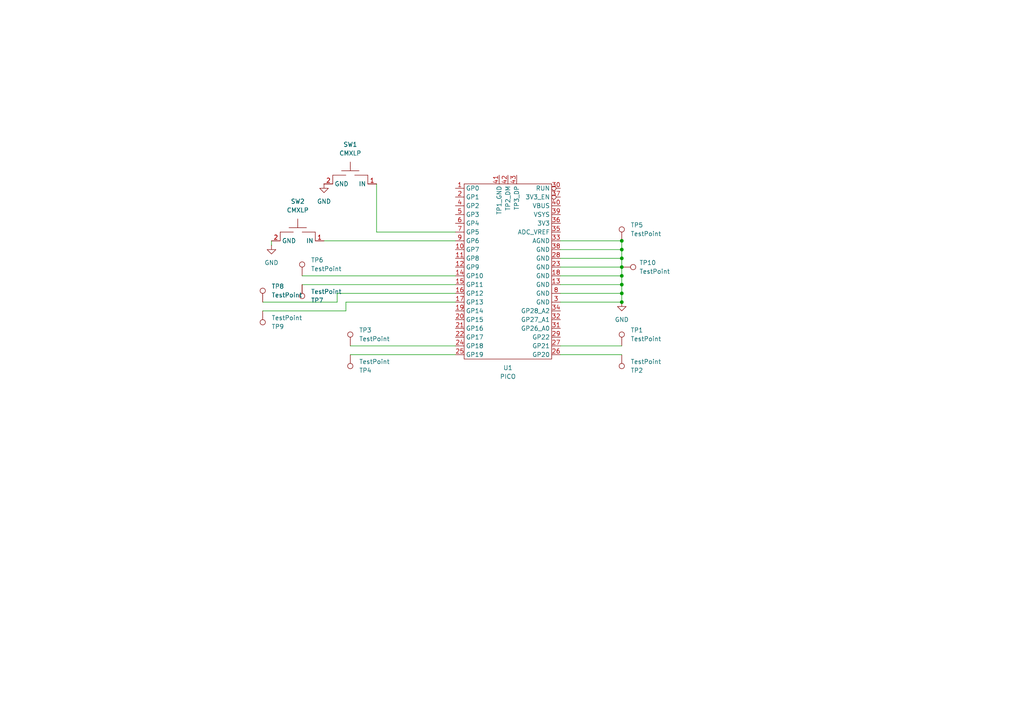
<source format=kicad_sch>
(kicad_sch (version 20250114) (generator "eeschema") (generator_version "9.0")
  (paper "A4")
  (lib_symbols
    (symbol "Connector:TestPoint_2mm" (pin_numbers (hide yes)) (pin_names (offset 0.762) (hide yes))
      (property "Reference" "TP" (at 0 6.858 0))
      (property "Value" "TestPoint" (at 0 5.08 0))
      (symbol "TestPoint_2mm_0_1"
        (circle (center 0 3.302) (radius 0.762))
      )
      (symbol "TestPoint_2mm_1_1"
        (pin passive line (at 0 0 90) (length 2.54) (name "1") (number "1"))
      )
    )
    (symbol "Keyboard_Switches:Cherry_MX_LP"
      (property "Reference" "SW" (at 0 0 0))
      (symbol "Cherry_MX_LP_0_1"
        (polyline (pts (xy -5.08 1.27) (xy -1.27 1.27)))
        (polyline (pts (xy -5.08 -1.27) (xy -5.08 1.27)))
        (polyline (pts (xy -2.54 2.54) (xy 2.54 2.54)))
        (polyline (pts (xy 0 3.81) (xy 0 5.08)))
        (polyline (pts (xy 0 2.54) (xy 0 3.81)))
        (polyline (pts (xy 1.27 1.27) (xy 5.08 1.27)))
        (polyline (pts (xy 5.08 1.27) (xy 5.08 -1.27)))
      )
      (symbol "Cherry_MX_LP_1_1"
        (pin power_in line (at -7.62 -1.27 0) (length 2.54) (name "IN") (number "1"))
        (pin power_out line (at 7.62 -1.27 180) (length 2.54) (name "GND") (number "2"))
      )
    )
    (symbol "Raspberry_Pico:Pico_Official"
      (property "Reference" "U" (at 0 0 0))
      (symbol "Pico_Official_0_1"
        (rectangle (start -12.7 25.4) (end 12.7 -25.4))
      )
      (symbol "Pico_Official_1_1"
        (pin bidirectional line (at -15.24 24.13 0) (length 2.54) (name "GP0") (number "1"))
        (pin bidirectional line (at -15.24 21.59 0) (length 2.54) (name "GP1") (number "2"))
        (pin bidirectional line (at -15.24 19.05 0) (length 2.54) (name "GP2") (number "4"))
        (pin bidirectional line (at -15.24 16.51 0) (length 2.54) (name "GP3") (number "5"))
        (pin bidirectional line (at -15.24 13.97 0) (length 2.54) (name "GP4") (number "6"))
        (pin bidirectional line (at -15.24 11.43 0) (length 2.54) (name "GP5") (number "7"))
        (pin bidirectional line (at -15.24 8.89 0) (length 2.54) (name "GP6") (number "9"))
        (pin bidirectional line (at -15.24 6.35 0) (length 2.54) (name "GP7") (number "10"))
        (pin bidirectional line (at -15.24 3.81 0) (length 2.54) (name "GP8") (number "11"))
        (pin bidirectional line (at -15.24 1.27 0) (length 2.54) (name "GP9") (number "12"))
        (pin bidirectional line (at -15.24 -1.27 0) (length 2.54) (name "GP10") (number "14"))
        (pin bidirectional line (at -15.24 -3.81 0) (length 2.54) (name "GP11") (number "15"))
        (pin bidirectional line (at -15.24 -6.35 0) (length 2.54) (name "GP12") (number "16"))
        (pin bidirectional line (at -15.24 -8.89 0) (length 2.54) (name "GP13") (number "17"))
        (pin bidirectional line (at -15.24 -11.43 0) (length 2.54) (name "GP14") (number "19"))
        (pin bidirectional line (at -15.24 -13.97 0) (length 2.54) (name "GP15") (number "20"))
        (pin bidirectional line (at -15.24 -16.51 0) (length 2.54) (name "GP16") (number "21"))
        (pin bidirectional line (at -15.24 -19.05 0) (length 2.54) (name "GP17") (number "22"))
        (pin bidirectional line (at -15.24 -21.59 0) (length 2.54) (name "GP18") (number "24"))
        (pin bidirectional line (at -15.24 -24.13 0) (length 2.54) (name "GP19") (number "25"))
        (pin power_in line (at -2.54 27.94 270) (length 2.54) (name "TP1_GND") (number "41"))
        (pin bidirectional line (at 0 27.94 270) (length 2.54) (name "TP2_DM") (number "42"))
        (pin bidirectional line (at 2.54 27.94 270) (length 2.54) (name "TP3_DP") (number "43"))
        (pin input inverted (at 15.24 24.13 180) (length 2.54) (name "RUN") (number "30"))
        (pin input inverted (at 15.24 21.59 180) (length 2.54) (name "3V3_EN") (number "37"))
        (pin power_in line (at 15.24 19.05 180) (length 2.54) (name "VBUS") (number "40"))
        (pin power_in line (at 15.24 16.51 180) (length 2.54) (name "VSYS") (number "39"))
        (pin power_out line (at 15.24 13.97 180) (length 2.54) (name "3V3") (number "36"))
        (pin power_in line (at 15.24 11.43 180) (length 2.54) (name "ADC_VREF") (number "35"))
        (pin power_in line (at 15.24 8.89 180) (length 2.54) (name "AGND") (number "33"))
        (pin power_in line (at 15.24 6.35 180) (length 2.54) (name "GND") (number "38"))
        (pin power_in line (at 15.24 3.81 180) (length 2.54) (name "GND") (number "28"))
        (pin power_in line (at 15.24 1.27 180) (length 2.54) (name "GND") (number "23"))
        (pin power_in line (at 15.24 -1.27 180) (length 2.54) (name "GND") (number "18"))
        (pin power_in line (at 15.24 -3.81 180) (length 2.54) (name "GND") (number "13"))
        (pin power_in line (at 15.24 -6.35 180) (length 2.54) (name "GND") (number "8"))
        (pin power_in line (at 15.24 -8.89 180) (length 2.54) (name "GND") (number "3"))
        (pin bidirectional line (at 15.24 -11.43 180) (length 2.54) (name "GP28_A2") (number "34"))
        (pin bidirectional line (at 15.24 -13.97 180) (length 2.54) (name "GP27_A1") (number "32"))
        (pin bidirectional line (at 15.24 -16.51 180) (length 2.54) (name "GP26_A0") (number "31"))
        (pin bidirectional line (at 15.24 -19.05 180) (length 2.54) (name "GP22") (number "29"))
        (pin bidirectional line (at 15.24 -21.59 180) (length 2.54) (name "GP21") (number "27"))
        (pin bidirectional line (at 15.24 -24.13 180) (length 2.54) (name "GP20") (number "26"))
      )
    )
    (symbol "power:GND" (power) (pin_numbers (hide yes)) (pin_names (offset 0) (hide yes))
      (property "Value" "GND" (at 0 -3.81 0))
      (symbol "GND_0_1"
        (polyline (pts (xy 0 0) (xy 0 -1.27) (xy 1.27 -1.27) (xy 0 -2.54) (xy -1.27 -1.27) (xy 0 -1.27)))
      )
      (symbol "GND_1_1"
        (pin power_in line (at 0 0 270) (length 0) (name "~") (number "1"))
      )
    )
  )
  (junction (at 180.34 87.63))
  (junction (at 180.34 82.55))
  (junction (at 180.34 80.01))
  (junction (at 180.34 85.09))
  (junction (at 180.34 74.93))
  (junction (at 180.34 69.85))
  (junction (at 180.34 77.47))
  (junction (at 180.34 72.39))
  (wire (pts (xy 101.6 100.33) (xy 132.08 100.33)))
  (wire (pts (xy 180.34 69.85) (xy 180.34 72.39)))
  (wire (pts (xy 162.56 100.33) (xy 180.34 100.33)))
  (wire (pts (xy 180.34 72.39) (xy 180.34 74.93)))
  (wire (pts (xy 109.22 67.31) (xy 132.08 67.31)))
  (wire (pts (xy 180.34 85.09) (xy 180.34 87.63)))
  (wire (pts (xy 87.63 82.55) (xy 132.08 82.55)))
  (wire (pts (xy 162.56 102.87) (xy 180.34 102.87)))
  (wire (pts (xy 97.79 87.63) (xy 76.2 87.63)))
  (wire (pts (xy 76.2 90.17) (xy 100.33 90.17)))
  (wire (pts (xy 162.56 80.01) (xy 180.34 80.01)))
  (wire (pts (xy 132.08 87.63) (xy 100.33 87.63)))
  (wire (pts (xy 101.6 102.87) (xy 132.08 102.87)))
  (wire (pts (xy 162.56 72.39) (xy 180.34 72.39)))
  (wire (pts (xy 93.98 69.85) (xy 132.08 69.85)))
  (wire (pts (xy 180.34 82.55) (xy 180.34 85.09)))
  (wire (pts (xy 162.56 82.55) (xy 180.34 82.55)))
  (wire (pts (xy 97.79 85.09) (xy 97.79 87.63)))
  (wire (pts (xy 180.34 80.01) (xy 180.34 82.55)))
  (wire (pts (xy 78.74 69.85) (xy 78.74 71.12)))
  (wire (pts (xy 109.22 53.34) (xy 109.22 67.31)))
  (wire (pts (xy 162.56 77.47) (xy 180.34 77.47)))
  (wire (pts (xy 180.34 74.93) (xy 180.34 77.47)))
  (wire (pts (xy 87.63 80.01) (xy 132.08 80.01)))
  (wire (pts (xy 162.56 74.93) (xy 180.34 74.93)))
  (wire (pts (xy 100.33 87.63) (xy 100.33 90.17)))
  (wire (pts (xy 132.08 85.09) (xy 97.79 85.09)))
  (wire (pts (xy 162.56 69.85) (xy 180.34 69.85)))
  (wire (pts (xy 180.34 77.47) (xy 180.34 80.01)))
  (wire (pts (xy 162.56 87.63) (xy 180.34 87.63)))
  (wire (pts (xy 162.56 85.09) (xy 180.34 85.09)))
  (symbol (lib_id "Connector:TestPoint_2mm") (at 87.63 80.01 0) (unit 1)
    (property "Reference" "TP6" (at 90.17 75.4379 0) (effects (justify left)))
    (property "Value" "TestPoint" (at 90.17 77.9779 0) (effects (justify left)))
    (property "Footprint" "TestPoint:TestPoint_Pad_D2.0mm" (effects (hide yes)))
    (property "Description" "test point" (effects (hide yes)))
  )
  (symbol (lib_id "Connector:TestPoint_2mm") (at 180.34 102.87 0) (mirror x) (unit 1)
    (property "Reference" "TP2" (at 182.88 107.4421 0) (effects (justify left)))
    (property "Value" "TestPoint" (at 182.88 104.9021 0) (effects (justify left)))
    (property "Footprint" "TestPoint:TestPoint_Pad_D2.0mm" (effects (hide yes)))
    (property "Description" "test point" (effects (hide yes)))
  )
  (symbol (lib_id "Connector:TestPoint_2mm") (at 101.6 100.33 0) (unit 1)
    (property "Reference" "TP3" (at 104.14 95.7579 0) (effects (justify left)))
    (property "Value" "TestPoint" (at 104.14 98.2979 0) (effects (justify left)))
    (property "Footprint" "TestPoint:TestPoint_Pad_D2.0mm" (effects (hide yes)))
    (property "Description" "test point" (effects (hide yes)))
  )
  (symbol (lib_id "Connector:TestPoint_2mm") (at 180.34 100.33 0) (unit 1)
    (property "Reference" "TP1" (at 182.88 95.7579 0) (effects (justify left)))
    (property "Value" "TestPoint" (at 182.88 98.2979 0) (effects (justify left)))
    (property "Footprint" "TestPoint:TestPoint_Pad_D2.0mm" (effects (hide yes)))
    (property "Description" "test point" (effects (hide yes)))
  )
  (symbol (lib_id "Connector:TestPoint_2mm") (at 101.6 102.87 0) (mirror x) (unit 1)
    (property "Reference" "TP4" (at 104.14 107.4421 0) (effects (justify left)))
    (property "Value" "TestPoint" (at 104.14 104.9021 0) (effects (justify left)))
    (property "Footprint" "TestPoint:TestPoint_Pad_D2.0mm" (effects (hide yes)))
    (property "Description" "test point" (effects (hide yes)))
  )
  (symbol (lib_id "Keyboard_Switches:Cherry_MX_LP") (at 86.36 68.58 0) (mirror y) (unit 1)
    (property "Reference" "SW2" (at 86.36 58.42 0))
    (property "Value" "CMXLP" (at 86.36 60.96 0))
    (property "Footprint" "Keyboard_Switches:Cherry_MX_LP" (effects (hide yes)))
  )
  (symbol (lib_id "Raspberry_Pico:Pico_Official") (at 147.32 78.74 0) (unit 1)
    (property "Reference" "U1" (at 147.32 106.68 0))
    (property "Value" "PICO" (at 147.32 109.22 0))
    (property "Footprint" "Raspberry_Pi_Pico_for_ErgoWarrior:Pico_SMT" (effects (hide yes)))
  )
  (symbol (lib_id "Connector:TestPoint_2mm") (at 76.2 90.17 0) (mirror x) (unit 1)
    (property "Reference" "TP9" (at 78.74 94.7421 0) (effects (justify left)))
    (property "Value" "TestPoint" (at 78.74 92.2021 0) (effects (justify left)))
    (property "Footprint" "TestPoint:TestPoint_Pad_D2.0mm" (effects (hide yes)))
    (property "Description" "test point" (effects (hide yes)))
  )
  (symbol (lib_id "power:GND") (at 78.74 71.12 0) (unit 1)
    (property "Reference" "#PWR03" (effects (hide yes)))
    (property "Value" "GND" (at 78.74 76.2 0))
    (property "Description" "Power symbol creates a global label with name \"GND\" , ground" (effects (hide yes)))
  )
  (symbol (lib_id "Connector:TestPoint_2mm") (at 87.63 82.55 0) (mirror x) (unit 1)
    (property "Reference" "TP7" (at 90.17 87.1221 0) (effects (justify left)))
    (property "Value" "TestPoint" (at 90.17 84.5821 0) (effects (justify left)))
    (property "Footprint" "TestPoint:TestPoint_Pad_D2.0mm" (effects (hide yes)))
    (property "Description" "test point" (effects (hide yes)))
  )
  (symbol (lib_id "Connector:TestPoint_2mm") (at 180.34 77.47 270) (unit 1)
    (property "Reference" "TP10" (at 185.42 76.1999 90) (effects (justify left)))
    (property "Value" "TestPoint" (at 185.42 78.7399 90) (effects (justify left)))
    (property "Footprint" "TestPoint:TestPoint_Pad_D2.0mm" (effects (hide yes)))
    (property "Description" "test point" (effects (hide yes)))
  )
  (symbol (lib_id "power:GND") (at 180.34 87.63 0) (unit 1)
    (property "Reference" "#PWR01" (effects (hide yes)))
    (property "Value" "GND" (at 180.34 92.71 0))
    (property "Description" "Power symbol creates a global label with name \"GND\" , ground" (effects (hide yes)))
  )
  (symbol (lib_id "Connector:TestPoint_2mm") (at 76.2 87.63 0) (unit 1)
    (property "Reference" "TP8" (at 78.74 83.0579 0) (effects (justify left)))
    (property "Value" "TestPoint" (at 78.74 85.5979 0) (effects (justify left)))
    (property "Footprint" "TestPoint:TestPoint_Pad_D2.0mm" (effects (hide yes)))
    (property "Description" "test point" (effects (hide yes)))
  )
  (symbol (lib_id "Connector:TestPoint_2mm") (at 180.34 69.85 0) (unit 1)
    (property "Reference" "TP5" (at 182.88 65.2779 0) (effects (justify left)))
    (property "Value" "TestPoint" (at 182.88 67.8179 0) (effects (justify left)))
    (property "Footprint" "TestPoint:TestPoint_Pad_D2.0mm" (effects (hide yes)))
    (property "Description" "test point" (effects (hide yes)))
  )
  (symbol (lib_id "power:GND") (at 93.98 53.34 0) (unit 1)
    (property "Reference" "#PWR02" (effects (hide yes)))
    (property "Value" "GND" (at 93.98 58.42 0))
    (property "Description" "Power symbol creates a global label with name \"GND\" , ground" (effects (hide yes)))
  )
  (symbol (lib_id "Keyboard_Switches:Cherry_MX_LP") (at 101.6 52.07 0) (mirror y) (unit 1)
    (property "Reference" "SW1" (at 101.6 41.91 0))
    (property "Value" "CMXLP" (at 101.6 44.45 0))
    (property "Footprint" "Keyboard_Switches:Cherry_MX_LP" (effects (hide yes)))
  )
)
</source>
